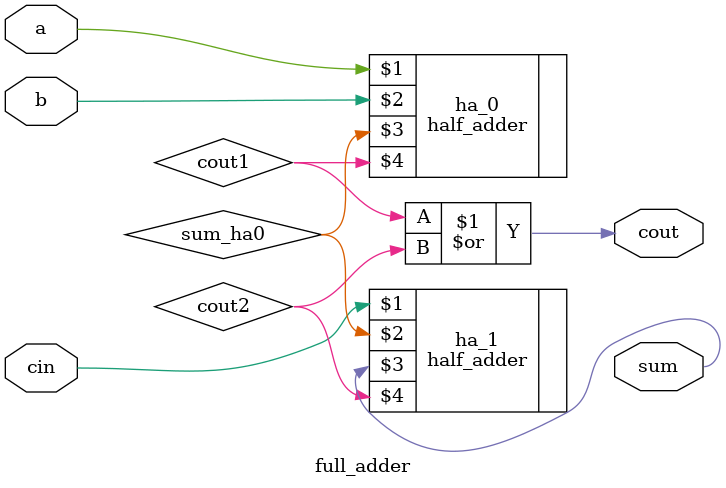
<source format=v>

module full_adder( input a, b, cin,
	 output cout, sum);

	wire cout1, cout2, sum_ha0;
	
	half_adder ha_0(a,b,sum_ha0,cout1); //makes a copy of the half_adder mod as ha_0
	// inputs are a, b
	// outputs are s = sum (HA0); c = cout(HA0)
	
	
	half_adder ha_1(cin, sum_ha0, sum, cout2);
	// inputs are cin, s = (sum_HA0)
	// outputs are sum (total sum) and cout 
 	
	assign cout = cout1 | cout2; 

endmodule

</source>
